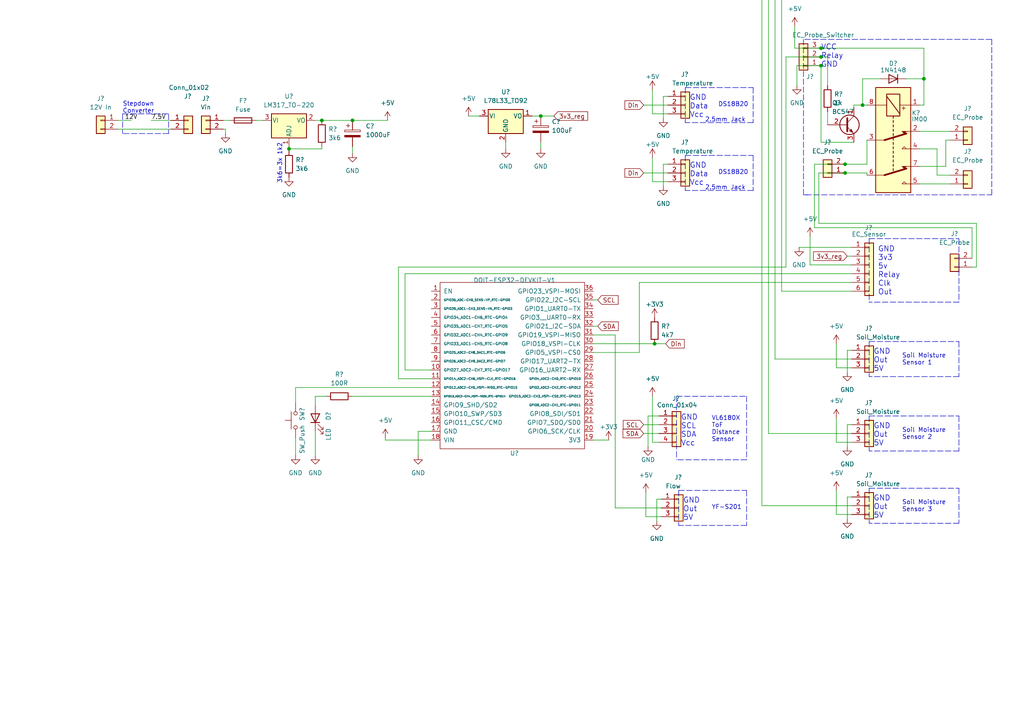
<source format=kicad_sch>
(kicad_sch (version 20211123) (generator eeschema)
  (paper "A4")
  (lib_symbols
    (symbol "Connector:Conn_01x10_Female" (pin_names (offset 1.016) hide)
      (property "Reference" "J" (at 0 12.7 0))
      (property "Value" "Conn_01x10_Female" (at 0 -15.24 0))
      (symbol "Conn_01x10_Female_1_1"
        (arc (start 0 -12.192) (mid -0.508 -12.7) (end 0 -13.208) (stroke (width 0.1524)))
        (arc (start 0 -9.652) (mid -0.508 -10.16) (end 0 -10.668) (stroke (width 0.1524)))
        (arc (start 0 -7.112) (mid -0.508 -7.62) (end 0 -8.128) (stroke (width 0.1524)))
        (arc (start 0 -4.572) (mid -0.508 -5.08) (end 0 -5.588) (stroke (width 0.1524)))
        (arc (start 0 -2.032) (mid -0.508 -2.54) (end 0 -3.048) (stroke (width 0.1524)))
        (polyline (pts (xy -1.27 -12.7) (xy -0.508 -12.7)) (stroke (width 0.1524)))
        (polyline (pts (xy -1.27 -10.16) (xy -0.508 -10.16)) (stroke (width 0.1524)))
        (polyline (pts (xy -1.27 -7.62) (xy -0.508 -7.62)) (stroke (width 0.1524)))
        (polyline (pts (xy -1.27 -5.08) (xy -0.508 -5.08)) (stroke (width 0.1524)))
        (polyline (pts (xy -1.27 -2.54) (xy -0.508 -2.54)) (stroke (width 0.1524)))
        (polyline (pts (xy -1.27 0) (xy -0.508 0)) (stroke (width 0.1524)))
        (polyline (pts (xy -1.27 2.54) (xy -0.508 2.54)) (stroke (width 0.1524)))
        (polyline (pts (xy -1.27 5.08) (xy -0.508 5.08)) (stroke (width 0.1524)))
        (polyline (pts (xy -1.27 7.62) (xy -0.508 7.62)) (stroke (width 0.1524)))
        (polyline (pts (xy -1.27 10.16) (xy -0.508 10.16)) (stroke (width 0.1524)))
        (arc (start 0 0.508) (mid -0.508 0) (end 0 -0.508) (stroke (width 0.1524)))
        (arc (start 0 3.048) (mid -0.508 2.54) (end 0 2.032) (stroke (width 0.1524)))
        (arc (start 0 5.588) (mid -0.508 5.08) (end 0 4.572) (stroke (width 0.1524)))
        (arc (start 0 8.128) (mid -0.508 7.62) (end 0 7.112) (stroke (width 0.1524)))
        (arc (start 0 10.668) (mid -0.508 10.16) (end 0 9.652) (stroke (width 0.1524)))
        (pin passive line (at -5.08 10.16 0) (length 3.81) (name "Pin_1") (number "1"))
        (pin passive line (at -5.08 -12.7 0) (length 3.81) (name "Pin_10") (number "10"))
        (pin passive line (at -5.08 7.62 0) (length 3.81) (name "Pin_2") (number "2"))
        (pin passive line (at -5.08 5.08 0) (length 3.81) (name "Pin_3") (number "3"))
        (pin passive line (at -5.08 2.54 0) (length 3.81) (name "Pin_4") (number "4"))
        (pin passive line (at -5.08 0 0) (length 3.81) (name "Pin_5") (number "5"))
        (pin passive line (at -5.08 -2.54 0) (length 3.81) (name "Pin_6") (number "6"))
        (pin passive line (at -5.08 -5.08 0) (length 3.81) (name "Pin_7") (number "7"))
        (pin passive line (at -5.08 -7.62 0) (length 3.81) (name "Pin_8") (number "8"))
        (pin passive line (at -5.08 -10.16 0) (length 3.81) (name "Pin_9") (number "9"))
      )
    )
    (symbol "Connector_Generic:Conn_01x02" (pin_names (offset 1.016) hide)
      (property "Reference" "J" (at 0 2.54 0))
      (property "Value" "Conn_01x02" (at 0 -5.08 0))
      (symbol "Conn_01x02_1_1"
        (rectangle (start -1.27 -2.413) (end 0 -2.667) (stroke (width 0.1524)))
        (rectangle (start -1.27 0.127) (end 0 -0.127) (stroke (width 0.1524)))
        (rectangle (start -1.27 1.27) (end 1.27 -3.81) (stroke (width 0.254)) (fill (type background)))
        (pin passive line (at -5.08 0 0) (length 3.81) (name "Pin_1") (number "1"))
        (pin passive line (at -5.08 -2.54 0) (length 3.81) (name "Pin_2") (number "2"))
      )
    )
    (symbol "Connector_Generic:Conn_01x03" (pin_names (offset 1.016) hide)
      (property "Reference" "J" (at 0 5.08 0))
      (property "Value" "Conn_01x03" (at 0 -5.08 0))
      (symbol "Conn_01x03_1_1"
        (rectangle (start -1.27 -2.413) (end 0 -2.667) (stroke (width 0.1524)))
        (rectangle (start -1.27 0.127) (end 0 -0.127) (stroke (width 0.1524)))
        (rectangle (start -1.27 2.667) (end 0 2.413) (stroke (width 0.1524)))
        (rectangle (start -1.27 3.81) (end 1.27 -3.81) (stroke (width 0.254)) (fill (type background)))
        (pin passive line (at -5.08 2.54 0) (length 3.81) (name "Pin_1") (number "1"))
        (pin passive line (at -5.08 0 0) (length 3.81) (name "Pin_2") (number "2"))
        (pin passive line (at -5.08 -2.54 0) (length 3.81) (name "Pin_3") (number "3"))
      )
    )
    (symbol "Connector_Generic:Conn_01x04" (pin_names (offset 1.016) hide)
      (property "Reference" "J" (at 0 5.08 0))
      (property "Value" "Conn_01x04" (at 0 -7.62 0))
      (symbol "Conn_01x04_1_1"
        (rectangle (start -1.27 -4.953) (end 0 -5.207) (stroke (width 0.1524)))
        (rectangle (start -1.27 -2.413) (end 0 -2.667) (stroke (width 0.1524)))
        (rectangle (start -1.27 0.127) (end 0 -0.127) (stroke (width 0.1524)))
        (rectangle (start -1.27 2.667) (end 0 2.413) (stroke (width 0.1524)))
        (rectangle (start -1.27 3.81) (end 1.27 -6.35) (stroke (width 0.254)) (fill (type background)))
        (pin passive line (at -5.08 2.54 0) (length 3.81) (name "Pin_1") (number "1"))
        (pin passive line (at -5.08 0 0) (length 3.81) (name "Pin_2") (number "2"))
        (pin passive line (at -5.08 -2.54 0) (length 3.81) (name "Pin_3") (number "3"))
        (pin passive line (at -5.08 -5.08 0) (length 3.81) (name "Pin_4") (number "4"))
      )
    )
    (symbol "Connector_Generic:Conn_01x06" (pin_names (offset 1.016) hide)
      (property "Reference" "J" (at 0 7.62 0))
      (property "Value" "Conn_01x06" (at 0 -10.16 0))
      (symbol "Conn_01x06_1_1"
        (rectangle (start -1.27 -7.493) (end 0 -7.747) (stroke (width 0.1524)))
        (rectangle (start -1.27 -4.953) (end 0 -5.207) (stroke (width 0.1524)))
        (rectangle (start -1.27 -2.413) (end 0 -2.667) (stroke (width 0.1524)))
        (rectangle (start -1.27 0.127) (end 0 -0.127) (stroke (width 0.1524)))
        (rectangle (start -1.27 2.667) (end 0 2.413) (stroke (width 0.1524)))
        (rectangle (start -1.27 5.207) (end 0 4.953) (stroke (width 0.1524)))
        (rectangle (start -1.27 6.35) (end 1.27 -8.89) (stroke (width 0.254)) (fill (type background)))
        (pin passive line (at -5.08 5.08 0) (length 3.81) (name "Pin_1") (number "1"))
        (pin passive line (at -5.08 2.54 0) (length 3.81) (name "Pin_2") (number "2"))
        (pin passive line (at -5.08 0 0) (length 3.81) (name "Pin_3") (number "3"))
        (pin passive line (at -5.08 -2.54 0) (length 3.81) (name "Pin_4") (number "4"))
        (pin passive line (at -5.08 -5.08 0) (length 3.81) (name "Pin_5") (number "5"))
        (pin passive line (at -5.08 -7.62 0) (length 3.81) (name "Pin_6") (number "6"))
      )
    )
    (symbol "Device:C_Polarized" (pin_numbers hide) (pin_names (offset 0.254))
      (property "Reference" "C" (at 0.635 2.54 0))
      (property "Value" "C_Polarized" (at 0.635 -2.54 0))
      (symbol "C_Polarized_0_1"
        (rectangle (start -2.286 0.508) (end 2.286 1.016))
        (polyline (pts (xy -1.778 2.286) (xy -0.762 2.286)))
        (polyline (pts (xy -1.27 2.794) (xy -1.27 1.778)))
        (rectangle (start 2.286 -0.508) (end -2.286 -1.016) (fill (type outline)))
      )
      (symbol "C_Polarized_1_1"
        (pin passive line (at 0 3.81 270) (length 2.794) (name "~") (number "1"))
        (pin passive line (at 0 -3.81 90) (length 2.794) (name "~") (number "2"))
      )
    )
    (symbol "Device:Fuse" (pin_numbers hide) (pin_names (offset 0))
      (property "Reference" "F" (at 2.032 0 90))
      (property "Value" "Fuse" (at -1.905 0 90))
      (symbol "Fuse_0_1"
        (rectangle (start -0.762 -2.54) (end 0.762 2.54) (stroke (width 0.254)))
        (polyline (pts (xy 0 2.54) (xy 0 -2.54)))
      )
      (symbol "Fuse_1_1"
        (pin passive line (at 0 3.81 270) (length 1.27) (name "~") (number "1"))
        (pin passive line (at 0 -3.81 90) (length 1.27) (name "~") (number "2"))
      )
    )
    (symbol "Device:LED" (pin_numbers hide) (pin_names (offset 1.016) hide)
      (property "Reference" "D" (at 0 2.54 0))
      (property "Value" "LED" (at 0 -2.54 0))
      (symbol "LED_0_1"
        (polyline (pts (xy -1.27 -1.27) (xy -1.27 1.27)) (stroke (width 0.254)))
        (polyline (pts (xy -1.27 0) (xy 1.27 0)))
        (polyline (pts (xy 1.27 -1.27) (xy 1.27 1.27) (xy -1.27 0) (xy 1.27 -1.27)) (stroke (width 0.254)))
        (polyline (pts (xy -3.048 -0.762) (xy -4.572 -2.286) (xy -3.81 -2.286) (xy -4.572 -2.286) (xy -4.572 -1.524)))
        (polyline (pts (xy -1.778 -0.762) (xy -3.302 -2.286) (xy -2.54 -2.286) (xy -3.302 -2.286) (xy -3.302 -1.524)))
      )
      (symbol "LED_1_1"
        (pin passive line (at -3.81 0 0) (length 2.54) (name "K") (number "1"))
        (pin passive line (at 3.81 0 180) (length 2.54) (name "A") (number "2"))
      )
    )
    (symbol "Device:R" (pin_numbers hide) (pin_names (offset 0))
      (property "Reference" "R" (at 2.032 0 90))
      (property "Value" "R" (at 0 0 90))
      (symbol "R_0_1"
        (rectangle (start -1.016 -2.54) (end 1.016 2.54) (stroke (width 0.254)))
      )
      (symbol "R_1_1"
        (pin passive line (at 0 3.81 270) (length 1.27) (name "~") (number "1"))
        (pin passive line (at 0 -3.81 90) (length 1.27) (name "~") (number "2"))
      )
    )
    (symbol "Diode:1N4148" (pin_numbers hide) (pin_names hide)
      (property "Reference" "D" (at 0 2.54 0))
      (property "Value" "1N4148" (at 0 -2.54 0))
      (symbol "1N4148_0_1"
        (polyline (pts (xy -1.27 1.27) (xy -1.27 -1.27)) (stroke (width 0.254)))
        (polyline (pts (xy 1.27 0) (xy -1.27 0)))
        (polyline (pts (xy 1.27 1.27) (xy 1.27 -1.27) (xy -1.27 0) (xy 1.27 1.27)) (stroke (width 0.254)))
      )
      (symbol "1N4148_1_1"
        (pin passive line (at -3.81 0 0) (length 2.54) (name "K") (number "1"))
        (pin passive line (at 3.81 0 180) (length 2.54) (name "A") (number "2"))
      )
    )
    (symbol "Regulator_Linear:L78L33_TO92" (pin_names (offset 0.254))
      (property "Reference" "U" (at -3.81 3.175 0))
      (property "Value" "L78L33_TO92" (at 0 3.175 0))
      (symbol "L78L33_TO92_0_1"
        (rectangle (start -5.08 -5.08) (end 5.08 1.905) (stroke (width 0.254)) (fill (type background)))
      )
      (symbol "L78L33_TO92_1_1"
        (pin power_out line (at 7.62 0 180) (length 2.54) (name "VO") (number "1"))
        (pin power_in line (at 0 -7.62 90) (length 2.54) (name "GND") (number "2"))
        (pin power_in line (at -7.62 0 0) (length 2.54) (name "VI") (number "3"))
      )
    )
    (symbol "Regulator_Linear:LM317_TO-220" (pin_names (offset 0.254))
      (property "Reference" "U" (at -3.81 3.175 0))
      (property "Value" "LM317_TO-220" (at 0 3.175 0))
      (symbol "LM317_TO-220_0_1"
        (rectangle (start -5.08 1.905) (end 5.08 -5.08) (stroke (width 0.254)) (fill (type background)))
      )
      (symbol "LM317_TO-220_1_1"
        (pin input line (at 0 -7.62 90) (length 2.54) (name "ADJ") (number "1"))
        (pin power_out line (at 7.62 0 180) (length 2.54) (name "VO") (number "2"))
        (pin power_in line (at -7.62 0 0) (length 2.54) (name "VI") (number "3"))
      )
    )
    (symbol "Relay:IM00"
      (property "Reference" "K" (at 16.51 3.81 0))
      (property "Value" "IM00" (at 16.51 1.27 0))
      (symbol "IM00_0_0"
        (text "+" (at -9.271 2.921 0) (effects (font (size 1.27 1.27))))
      )
      (symbol "IM00_0_1"
        (rectangle (start -15.24 5.08) (end 15.24 -5.08) (stroke (width 0.254)) (fill (type background)))
        (rectangle (start -13.335 1.905) (end -6.985 -1.905) (stroke (width 0.254)))
        (polyline (pts (xy -12.7 -1.905) (xy -7.62 1.905)) (stroke (width 0.254)))
        (polyline (pts (xy -10.16 -5.08) (xy -10.16 -1.905)))
        (polyline (pts (xy -10.16 5.08) (xy -10.16 1.905)))
        (polyline (pts (xy -6.985 0) (xy -6.35 0)) (stroke (width 0.254)))
        (polyline (pts (xy -5.715 0) (xy -5.08 0)) (stroke (width 0.254)))
        (polyline (pts (xy -4.445 0) (xy -3.81 0)) (stroke (width 0.254)))
        (polyline (pts (xy -3.175 0) (xy -2.54 0)) (stroke (width 0.254)))
        (polyline (pts (xy -1.905 0) (xy -1.27 0)) (stroke (width 0.254)))
        (polyline (pts (xy -0.635 0) (xy 0 0)) (stroke (width 0.254)))
        (polyline (pts (xy 0 -2.54) (xy -1.905 3.81)) (stroke (width 0.508)))
        (polyline (pts (xy 0 -2.54) (xy 0 -5.08)))
        (polyline (pts (xy 0.635 0) (xy 1.27 0)) (stroke (width 0.254)))
        (polyline (pts (xy 1.905 0) (xy 2.54 0)) (stroke (width 0.254)))
        (polyline (pts (xy 3.175 0) (xy 3.81 0)) (stroke (width 0.254)))
        (polyline (pts (xy 4.445 0) (xy 5.08 0)) (stroke (width 0.254)))
        (polyline (pts (xy 5.715 0) (xy 6.35 0)) (stroke (width 0.254)))
        (polyline (pts (xy 6.985 0) (xy 7.62 0)) (stroke (width 0.254)))
        (polyline (pts (xy 8.255 0) (xy 8.89 0)) (stroke (width 0.254)))
        (polyline (pts (xy 10.16 -2.54) (xy 8.255 3.81)) (stroke (width 0.508)))
        (polyline (pts (xy 10.16 -2.54) (xy 10.16 -5.08)))
        (polyline (pts (xy -2.54 5.08) (xy -2.54 2.54) (xy -1.905 3.175) (xy -2.54 3.81)) (fill (type outline)))
        (polyline (pts (xy 2.54 5.08) (xy 2.54 2.54) (xy 1.905 3.175) (xy 2.54 3.81)))
        (polyline (pts (xy 7.62 5.08) (xy 7.62 2.54) (xy 8.255 3.175) (xy 7.62 3.81)) (fill (type outline)))
        (polyline (pts (xy 12.7 5.08) (xy 12.7 2.54) (xy 12.065 3.175) (xy 12.7 3.81)))
      )
      (symbol "IM00_1_1"
        (pin passive line (at -10.16 7.62 270) (length 2.54) (name "~") (number "1"))
        (pin passive line (at -2.54 7.62 270) (length 2.54) (name "~") (number "2"))
        (pin passive line (at 0 -7.62 90) (length 2.54) (name "~") (number "3"))
        (pin passive line (at 2.54 7.62 270) (length 2.54) (name "~") (number "4"))
        (pin passive line (at 12.7 7.62 270) (length 2.54) (name "~") (number "5"))
        (pin passive line (at 10.16 -7.62 90) (length 2.54) (name "~") (number "6"))
        (pin passive line (at 7.62 7.62 270) (length 2.54) (name "~") (number "7"))
        (pin passive line (at -10.16 -7.62 90) (length 2.54) (name "~") (number "8"))
      )
    )
    (symbol "Switch:SW_Push" (pin_numbers hide) (pin_names (offset 1.016) hide)
      (property "Reference" "SW" (at 1.27 2.54 0))
      (property "Value" "SW_Push" (at 0 -1.524 0))
      (symbol "SW_Push_0_1"
        (circle (center -2.032 0) (radius 0.508))
        (polyline (pts (xy 0 1.27) (xy 0 3.048)))
        (polyline (pts (xy 2.54 1.27) (xy -2.54 1.27)))
        (circle (center 2.032 0) (radius 0.508))
        (pin passive line (at -5.08 0 0) (length 2.54) (name "1") (number "1"))
        (pin passive line (at 5.08 0 180) (length 2.54) (name "2") (number "2"))
      )
    )
    (symbol "Transistor_BJT:BC547" (pin_names (offset 0) hide)
      (property "Reference" "Q" (at 5.08 1.905 0))
      (property "Value" "BC547" (at 5.08 0 0))
      (symbol "BC547_0_1"
        (polyline (pts (xy 0 0) (xy 0.635 0)))
        (polyline (pts (xy 0.635 0.635) (xy 2.54 2.54)))
        (polyline (pts (xy 0.635 -0.635) (xy 2.54 -2.54) (xy 2.54 -2.54)))
        (polyline (pts (xy 0.635 1.905) (xy 0.635 -1.905) (xy 0.635 -1.905)) (stroke (width 0.508)))
        (polyline (pts (xy 1.27 -1.778) (xy 1.778 -1.27) (xy 2.286 -2.286) (xy 1.27 -1.778) (xy 1.27 -1.778)) (fill (type outline)))
        (circle (center 1.27 0) (radius 2.8194) (stroke (width 0.254)))
      )
      (symbol "BC547_1_1"
        (pin passive line (at 2.54 5.08 270) (length 2.54) (name "C") (number "1"))
        (pin input line (at -5.08 0 0) (length 5.08) (name "B") (number "2"))
        (pin passive line (at 2.54 -5.08 90) (length 2.54) (name "E") (number "3"))
      )
    )
    (symbol "doit-esp32-devkit-v1:DOIT-ESP32-DEVKIT-V1" (pin_names (offset 1.016))
      (property "Reference" "U" (at -1.27 11.43 0))
      (property "Value" "DOIT-ESP32-DEVKIT-V1" (at 0 13.97 0))
      (symbol "DOIT-ESP32-DEVKIT-V1_0_1"
        (rectangle (start 20.32 10.16) (end -21.59 -38.1))
      )
      (symbol "DOIT-ESP32-DEVKIT-V1_1_1"
        (pin output line (at -24.13 7.62 0) (length 2.54) (name "EN") (number "1"))
        (pin bidirectional line (at -24.13 -15.24 0) (length 2.54) (name "GPIO27_ADC2-CH7_RTC-GPIO17") (number "10"))
        (pin bidirectional line (at -24.13 -17.78 0) (length 2.54) (name "GPIO14_ADC2-CH6_HSPI-CLK_RTC-GPIO16") (number "11"))
        (pin bidirectional line (at -24.13 -20.32 0) (length 2.54) (name "GPIO12_ADC2-CH5_HSPI-MISO_RTC-GPIO15") (number "12"))
        (pin bidirectional line (at -24.13 -22.86 0) (length 2.54) (name "GPIO13_ADC2-CH4_HSPI-MOSI_RTC-GPIO14") (number "13"))
        (pin unspecified line (at -24.13 -25.4 0) (length 2.54) (name "GPIO9_SHD/SD2") (number "14"))
        (pin unspecified line (at -24.13 -27.94 0) (length 2.54) (name "GPIO10_SWP/SD3") (number "15"))
        (pin unspecified line (at -24.13 -30.48 0) (length 2.54) (name "GPIO11_CSC/CMD") (number "16"))
        (pin bidirectional line (at -24.13 -33.02 0) (length 2.54) (name "GND") (number "17"))
        (pin bidirectional line (at -24.13 -35.56 0) (length 2.54) (name "VIN") (number "18"))
        (pin output line (at 22.86 -35.56 180) (length 2.54) (name "3V3") (number "19"))
        (pin bidirectional line (at -24.13 5.08 0) (length 2.54) (name "GPIO36_ADC-CH0_SENS-VP_RTC-GPIO0") (number "2"))
        (pin unspecified line (at 22.86 -33.02 180) (length 2.54) (name "GPIO6_SCK/CLK") (number "20"))
        (pin unspecified line (at 22.86 -30.48 180) (length 2.54) (name "GPIO7_SDO/SD0") (number "21"))
        (pin unspecified line (at 22.86 -27.94 180) (length 2.54) (name "GPIO8_SDI/SD1") (number "22"))
        (pin bidirectional line (at 22.86 -25.4 180) (length 2.54) (name "GPIO0_ADC2-CH1_RTC-GPIO11") (number "23"))
        (pin bidirectional line (at 22.86 -22.86 180) (length 2.54) (name "GPIO15_ADC2-CH3_HSPI-CS0_RTC-GPIO13") (number "24"))
        (pin bidirectional line (at 22.86 -20.32 180) (length 2.54) (name "GPIO2_ADC2-CH2_RTC-GPIO12") (number "25"))
        (pin bidirectional line (at 22.86 -17.78 180) (length 2.54) (name "GPIO4_ADC2-CH0_RTC-GPIO10") (number "26"))
        (pin bidirectional line (at 22.86 -15.24 180) (length 2.54) (name "GPIO16_UART2-RX") (number "27"))
        (pin bidirectional line (at 22.86 -12.7 180) (length 2.54) (name "GPIO17_UART2-TX") (number "28"))
        (pin bidirectional line (at 22.86 -10.16 180) (length 2.54) (name "GPIO5_VSPI-CS0") (number "29"))
        (pin bidirectional line (at -24.13 2.54 0) (length 2.54) (name "GPIO39_ADC1-CH3_SENS-VN_RTC-GPIO3") (number "3"))
        (pin bidirectional line (at 22.86 -7.62 180) (length 2.54) (name "GPIO18_VSPI-CLK") (number "30"))
        (pin bidirectional line (at 22.86 -5.08 180) (length 2.54) (name "GPIO19_VSPI-MISO") (number "31"))
        (pin bidirectional line (at 22.86 -2.54 180) (length 2.54) (name "GPIO21_I2C-SDA") (number "32"))
        (pin bidirectional line (at 22.86 0 180) (length 2.54) (name "GPIO3__UART0-RX") (number "33"))
        (pin bidirectional line (at 22.86 2.54 180) (length 2.54) (name "GPIO1_UART0-TX") (number "34"))
        (pin bidirectional line (at 22.86 5.08 180) (length 2.54) (name "GPIO22_I2C-SCL") (number "35"))
        (pin bidirectional line (at 22.86 7.62 180) (length 2.54) (name "GPIO23_VSPI-MOSI") (number "36"))
        (pin bidirectional line (at -24.13 0 0) (length 2.54) (name "GPIO34_ADC1-CH6_RTC-GPIO4") (number "4"))
        (pin bidirectional line (at -24.13 -2.54 0) (length 2.54) (name "GPIO35_ADC1-CH7_RTC-GPIO5") (number "5"))
        (pin bidirectional line (at -24.13 -5.08 0) (length 2.54) (name "GPIO32_ADC1-CH4_RTC-GPIO9") (number "6"))
        (pin bidirectional line (at -24.13 -7.62 0) (length 2.54) (name "GPIO33_ADC1-CH5_RTC-GPIO8") (number "7"))
        (pin bidirectional line (at -24.13 -10.16 0) (length 2.54) (name "GPIO25_ADC2-CH8_DAC1_RTC-GPIO6") (number "8"))
        (pin bidirectional line (at -24.13 -12.7 0) (length 2.54) (name "GPIO26_ADC2-CH9_DAC2_RTC-GPIO7") (number "9"))
      )
    )
    (symbol "power:+3V3" (power) (pin_names (offset 0))
      (property "Value" "+3V3" (at 0 3.556 0))
      (symbol "+3V3_0_1"
        (polyline (pts (xy -0.762 1.27) (xy 0 2.54)))
        (polyline (pts (xy 0 0) (xy 0 2.54)))
        (polyline (pts (xy 0 2.54) (xy 0.762 1.27)))
      )
      (symbol "+3V3_1_1"
        (pin power_in line (at 0 0 90) (length 0) hide (name "+3V3") (number "1"))
      )
    )
    (symbol "power:+5V" (power) (pin_names (offset 0))
      (property "Value" "+5V" (at 0 3.556 0))
      (symbol "+5V_0_1"
        (polyline (pts (xy -0.762 1.27) (xy 0 2.54)))
        (polyline (pts (xy 0 0) (xy 0 2.54)))
        (polyline (pts (xy 0 2.54) (xy 0.762 1.27)))
      )
      (symbol "+5V_1_1"
        (pin power_in line (at 0 0 90) (length 0) hide (name "+5V") (number "1"))
      )
    )
    (symbol "power:GND" (power) (pin_names (offset 0))
      (property "Value" "GND" (at 0 -3.81 0))
      (symbol "GND_0_1"
        (polyline (pts (xy 0 0) (xy 0 -1.27) (xy 1.27 -1.27) (xy 0 -2.54) (xy -1.27 -1.27) (xy 0 -1.27)))
      )
      (symbol "GND_1_1"
        (pin power_in line (at 0 0 270) (length 0) hide (name "GND") (number "1"))
      )
    )
  )
  (junction (at 238.125 13.97))
  (junction (at 83.82 43.18))
  (junction (at 238.125 16.51))
  (junction (at 267.97 22.86))
  (junction (at 93.345 34.925))
  (junction (at 250.19 30.48))
  (junction (at 189.865 99.695))
  (junction (at 156.845 33.655))
  (junction (at 245.11 47.625))
  (junction (at 245.11 50.165))
  (junction (at 238.125 19.05))
  (junction (at 102.235 34.925))
  (no_connect (at 247.015 -29.845))
  (no_connect (at 247.015 -27.305))
  (polyline (pts (xy 35.56 33.02) (xy 35.56 38.735)))
  (wire (pts (xy 74.295 34.925) (xy 76.2 34.925)))
  (polyline (pts (xy 216.535 142.24) (xy 216.535 152.4)))
  (wire (pts (xy 247.015 104.14) (xy 224.79 104.14)))
  (polyline (pts (xy 278.13 130.81) (xy 252.095 130.81)))
  (wire (pts (xy 274.32 40.64) (xy 275.59 40.64)))
  (polyline (pts (xy 287.655 11.43) (xy 233.045 11.43)))
  (polyline (pts (xy 218.44 25.4) (xy 218.44 35.56)))
  (polyline (pts (xy 196.215 114.935) (xy 216.535 114.935)))
  (wire (pts (xy 267.97 13.97) (xy 238.125 13.97)))
  (wire (pts (xy 125.095 107.315) (xy 117.475 107.315)))
  (wire (pts (xy 91.44 114.935) (xy 91.44 117.475)))
  (wire (pts (xy 250.19 30.48) (xy 247.65 30.48)))
  (wire (pts (xy 242.57 106.68) (xy 242.57 99.695)))
  (wire (pts (xy 281.94 77.47) (xy 283.21 77.47)))
  (wire (pts (xy 242.57 128.27) (xy 242.57 121.285)))
  (wire (pts (xy 240.03 32.385) (xy 240.03 36.195)))
  (wire (pts (xy 251.46 47.625) (xy 251.46 40.64)))
  (wire (pts (xy 251.46 47.625) (xy 245.11 47.625)))
  (wire (pts (xy 91.44 34.925) (xy 93.345 34.925)))
  (polyline (pts (xy 252.095 141.605) (xy 252.095 151.765)))
  (wire (pts (xy 262.89 22.86) (xy 267.97 22.86)))
  (wire (pts (xy 83.82 43.18) (xy 83.82 43.815)))
  (wire (pts (xy 34.29 37.465) (xy 49.53 37.465)))
  (wire (pts (xy 250.19 30.48) (xy 250.19 22.86)))
  (wire (pts (xy 236.22 66.04) (xy 236.22 47.625)))
  (wire (pts (xy 274.32 48.26) (xy 274.32 40.64)))
  (polyline (pts (xy 278.13 120.65) (xy 278.13 130.81)))
  (wire (pts (xy 193.675 47.625) (xy 192.405 47.625)))
  (wire (pts (xy 85.725 116.84) (xy 85.725 112.395)))
  (wire (pts (xy 226.695 -24.765) (xy 247.015 -24.765)))
  (polyline (pts (xy 35.56 33.02) (xy 48.895 33.02)))
  (wire (pts (xy 281.94 74.93) (xy 281.94 66.04)))
  (wire (pts (xy 85.725 127) (xy 85.725 132.08)))
  (polyline (pts (xy 196.85 142.24) (xy 216.535 142.24)))
  (wire (pts (xy 187.96 120.65) (xy 191.135 120.65)))
  (wire (pts (xy 234.95 68.58) (xy 234.95 76.835)))
  (wire (pts (xy 247.015 106.68) (xy 242.57 106.68)))
  (wire (pts (xy 240.03 16.51) (xy 238.125 16.51)))
  (wire (pts (xy 245.11 50.165) (xy 251.46 50.165)))
  (wire (pts (xy 231.14 19.05) (xy 238.125 19.05)))
  (wire (pts (xy 266.7 43.18) (xy 271.78 43.18)))
  (wire (pts (xy 245.745 123.19) (xy 245.745 129.54)))
  (polyline (pts (xy 252.095 99.06) (xy 252.095 109.22)))
  (wire (pts (xy 186.69 50.165) (xy 193.675 50.165)))
  (polyline (pts (xy 252.095 -41.91) (xy 278.765 -41.91)))
  (wire (pts (xy 242.57 149.225) (xy 242.57 142.24)))
  (wire (pts (xy 283.21 64.77) (xy 237.49 64.77)))
  (wire (pts (xy 227.965 16.51) (xy 227.965 77.47)))
  (wire (pts (xy 247.015 84.455) (xy 226.695 84.455)))
  (wire (pts (xy 220.98 -17.145) (xy 247.015 -17.145)))
  (wire (pts (xy 191.77 149.86) (xy 187.325 149.86)))
  (polyline (pts (xy 196.85 142.24) (xy 196.85 152.4)))
  (wire (pts (xy 281.94 66.04) (xy 236.22 66.04)))
  (wire (pts (xy 191.77 147.32) (xy 178.435 147.32)))
  (wire (pts (xy 64.77 34.925) (xy 66.675 34.925)))
  (wire (pts (xy 185.42 81.915) (xy 185.42 102.235)))
  (wire (pts (xy 192.405 27.94) (xy 192.405 34.29)))
  (wire (pts (xy 91.44 125.095) (xy 91.44 132.08)))
  (wire (pts (xy 192.405 47.625) (xy 192.405 53.975)))
  (wire (pts (xy 193.675 27.94) (xy 192.405 27.94)))
  (wire (pts (xy 156.845 33.655) (xy 160.655 33.655)))
  (wire (pts (xy 189.23 52.705) (xy 189.23 45.72)))
  (wire (pts (xy 237.49 64.77) (xy 237.49 50.165)))
  (wire (pts (xy 187.96 129.54) (xy 187.96 120.65)))
  (polyline (pts (xy 287.655 56.515) (xy 287.655 11.43)))
  (polyline (pts (xy 196.215 114.935) (xy 196.215 133.35)))
  (polyline (pts (xy 252.095 141.605) (xy 278.13 141.605)))
  (wire (pts (xy 121.285 125.095) (xy 125.095 125.095)))
  (wire (pts (xy 243.205 -32.385) (xy 247.015 -32.385)))
  (wire (pts (xy 231.775 71.755) (xy 247.015 71.755)))
  (wire (pts (xy 102.235 42.545) (xy 102.235 44.45)))
  (wire (pts (xy 187.325 149.86) (xy 187.325 142.875)))
  (wire (pts (xy 224.79 -22.225) (xy 247.015 -22.225)))
  (polyline (pts (xy 198.755 45.085) (xy 218.44 45.085)))
  (wire (pts (xy 230.505 13.97) (xy 230.505 7.62)))
  (wire (pts (xy 85.725 112.395) (xy 125.095 112.395)))
  (polyline (pts (xy 278.13 87.63) (xy 252.095 87.63)))
  (wire (pts (xy 172.085 94.615) (xy 173.355 94.615)))
  (wire (pts (xy 229.235 -37.465) (xy 247.015 -37.465)))
  (wire (pts (xy 193.675 33.02) (xy 189.23 33.02)))
  (wire (pts (xy 115.57 109.855) (xy 115.57 77.47)))
  (polyline (pts (xy 278.765 -15.875) (xy 252.095 -15.875)))
  (wire (pts (xy 245.745 144.145) (xy 245.745 150.495)))
  (polyline (pts (xy 198.755 25.4) (xy 218.44 25.4)))
  (wire (pts (xy 267.97 30.48) (xy 266.7 30.48)))
  (wire (pts (xy 189.23 128.27) (xy 191.135 128.27)))
  (polyline (pts (xy 252.095 120.65) (xy 278.13 120.65)))
  (polyline (pts (xy 278.13 141.605) (xy 278.13 151.765)))
  (wire (pts (xy 154.305 33.655) (xy 156.845 33.655)))
  (polyline (pts (xy 278.13 69.215) (xy 278.13 87.63)))
  (wire (pts (xy 93.345 34.925) (xy 102.235 34.925)))
  (wire (pts (xy 247.015 123.19) (xy 245.745 123.19)))
  (wire (pts (xy 83.82 42.545) (xy 83.82 43.18)))
  (polyline (pts (xy 252.095 69.215) (xy 278.13 69.215)))
  (wire (pts (xy 102.235 114.935) (xy 125.095 114.935)))
  (wire (pts (xy 191.77 144.78) (xy 190.5 144.78)))
  (wire (pts (xy 172.085 99.695) (xy 189.865 99.695)))
  (wire (pts (xy 247.015 149.225) (xy 242.57 149.225)))
  (wire (pts (xy 115.57 77.47) (xy 227.965 77.47)))
  (polyline (pts (xy 252.095 69.215) (xy 252.095 87.63)))
  (wire (pts (xy 271.78 50.8) (xy 275.59 50.8)))
  (wire (pts (xy 156.845 41.275) (xy 156.845 43.18)))
  (wire (pts (xy 234.95 76.835) (xy 247.015 76.835)))
  (wire (pts (xy 236.22 47.625) (xy 245.11 47.625)))
  (polyline (pts (xy 278.13 109.22) (xy 252.095 109.22)))
  (wire (pts (xy 178.435 147.32) (xy 178.435 97.155)))
  (wire (pts (xy 243.84 -40.005) (xy 247.015 -40.005)))
  (wire (pts (xy 267.97 22.86) (xy 267.97 30.48)))
  (wire (pts (xy 83.82 43.18) (xy 93.345 43.18)))
  (polyline (pts (xy 48.895 38.735) (xy 35.56 38.735)))
  (wire (pts (xy 238.125 41.275) (xy 247.65 41.275)))
  (wire (pts (xy 251.46 50.165) (xy 251.46 50.8)))
  (wire (pts (xy 231.14 24.765) (xy 231.14 19.05)))
  (wire (pts (xy 247.015 146.685) (xy 220.98 146.685)))
  (polyline (pts (xy 218.44 45.085) (xy 218.44 55.245)))
  (wire (pts (xy 65.405 37.465) (xy 65.405 38.735)))
  (polyline (pts (xy 252.095 99.06) (xy 278.13 99.06)))
  (wire (pts (xy 189.865 99.695) (xy 193.04 99.695)))
  (wire (pts (xy 266.7 38.1) (xy 275.59 38.1)))
  (wire (pts (xy 185.42 102.235) (xy 172.085 102.235)))
  (wire (pts (xy 243.205 -34.925) (xy 247.015 -34.925)))
  (wire (pts (xy 283.21 77.47) (xy 283.21 64.77)))
  (wire (pts (xy 125.095 109.855) (xy 115.57 109.855)))
  (wire (pts (xy 189.23 114.935) (xy 189.23 128.27)))
  (wire (pts (xy 222.885 125.73) (xy 222.885 -19.685)))
  (wire (pts (xy 251.46 30.48) (xy 250.19 30.48)))
  (wire (pts (xy 247.65 30.48) (xy 247.65 31.115)))
  (polyline (pts (xy 233.045 11.43) (xy 233.045 56.515)))
  (wire (pts (xy 238.125 16.51) (xy 227.965 16.51)))
  (wire (pts (xy 267.97 13.97) (xy 267.97 22.86)))
  (wire (pts (xy 186.69 125.73) (xy 191.135 125.73)))
  (polyline (pts (xy 218.44 55.245) (xy 198.755 55.245)))
  (polyline (pts (xy 252.095 120.65) (xy 252.095 130.81)))
  (wire (pts (xy 237.49 50.165) (xy 245.11 50.165)))
  (wire (pts (xy 271.78 43.18) (xy 271.78 50.8)))
  (wire (pts (xy 125.095 127.635) (xy 111.76 127.635)))
  (wire (pts (xy 190.5 144.78) (xy 190.5 151.13)))
  (wire (pts (xy 121.285 132.08) (xy 121.285 125.095)))
  (wire (pts (xy 238.125 19.05) (xy 238.125 41.275)))
  (polyline (pts (xy 216.535 114.935) (xy 216.535 133.35)))
  (wire (pts (xy 247.015 128.27) (xy 242.57 128.27)))
  (wire (pts (xy 245.745 101.6) (xy 245.745 107.95)))
  (wire (pts (xy 43.815 34.925) (xy 49.53 34.925)))
  (polyline (pts (xy 252.095 -41.91) (xy 252.095 -15.875)))
  (wire (pts (xy 117.475 79.375) (xy 247.015 79.375)))
  (polyline (pts (xy 216.535 133.35) (xy 196.215 133.35)))
  (wire (pts (xy 117.475 107.315) (xy 117.475 79.375)))
  (wire (pts (xy 186.69 123.19) (xy 191.135 123.19)))
  (wire (pts (xy 93.345 42.545) (xy 93.345 43.18)))
  (polyline (pts (xy 216.535 152.4) (xy 196.85 152.4)))
  (wire (pts (xy 34.29 34.925) (xy 38.1 34.925)))
  (wire (pts (xy 250.19 22.86) (xy 255.27 22.86)))
  (wire (pts (xy 266.7 48.26) (xy 274.32 48.26)))
  (polyline (pts (xy 233.045 56.515) (xy 234.315 56.515)))
  (wire (pts (xy 240.03 16.51) (xy 240.03 24.765)))
  (wire (pts (xy 172.085 86.995) (xy 173.355 86.995)))
  (wire (pts (xy 226.695 84.455) (xy 226.695 -24.765)))
  (wire (pts (xy 178.435 97.155) (xy 172.085 97.155)))
  (wire (pts (xy 247.015 81.915) (xy 185.42 81.915)))
  (wire (pts (xy 247.015 144.145) (xy 245.745 144.145)))
  (wire (pts (xy 102.235 34.925) (xy 112.395 34.925)))
  (wire (pts (xy 222.885 -19.685) (xy 247.015 -19.685)))
  (polyline (pts (xy 233.68 56.515) (xy 287.655 56.515)))
  (wire (pts (xy 94.615 114.935) (xy 91.44 114.935)))
  (polyline (pts (xy 198.755 45.085) (xy 198.755 55.245)))
  (polyline (pts (xy 218.44 35.56) (xy 198.755 35.56)))
  (polyline (pts (xy 278.13 99.06) (xy 278.13 109.22)))
  (polyline (pts (xy 278.13 151.765) (xy 252.095 151.765)))
  (wire (pts (xy 245.745 74.295) (xy 247.015 74.295)))
  (wire (pts (xy 111.76 127.635) (xy 111.76 127)))
  (wire (pts (xy 172.085 127.635) (xy 176.53 127.635)))
  (polyline (pts (xy 278.765 -41.91) (xy 278.765 -15.875)))
  (wire (pts (xy 193.675 52.705) (xy 189.23 52.705)))
  (wire (pts (xy 189.23 33.02) (xy 189.23 26.035)))
  (wire (pts (xy 238.125 13.97) (xy 230.505 13.97)))
  (wire (pts (xy 146.685 41.275) (xy 146.685 43.18)))
  (polyline (pts (xy 198.755 25.4) (xy 198.755 35.56)))
  (wire (pts (xy 186.69 30.48) (xy 193.675 30.48)))
  (polyline (pts (xy 48.895 33.02) (xy 48.895 38.735)))
  (wire (pts (xy 224.79 104.14) (xy 224.79 -22.225)))
  (wire (pts (xy 64.77 37.465) (xy 65.405 37.465)))
  (wire (pts (xy 266.7 53.34) (xy 275.59 53.34)))
  (wire (pts (xy 135.89 33.655) (xy 139.065 33.655)))
  (wire (pts (xy 220.98 146.685) (xy 220.98 -17.145)))
  (wire (pts (xy 247.015 101.6) (xy 245.745 101.6)))
  (wire (pts (xy 247.015 125.73) (xy 222.885 125.73)))
  (text "DS18B20" (at 208.28 50.8 0) (effects (font (size 1.27 1.27)) (justify left bottom)))
  (text "GND\nOut\n5V" (at 253.365 150.495 0) (effects (font (size 1.55 1.55)) (justify left bottom)))
  (text "GND\nOut\n5V" (at 253.365 129.54 0) (effects (font (size 1.55 1.55)) (justify left bottom)))
  (text "GND\n3v3\n5v\nRelay\nClk\nOut" (at 254.635 85.725 0) (effects (font (size 1.55 1.55)) (justify left bottom)))
  (text "2.5mm Jack" (at 204.47 35.56 0) (effects (font (size 1.27 1.27)) (justify left bottom)))
  (text "2.5mm Jack" (at 204.47 55.245 0) (effects (font (size 1.27 1.27)) (justify left bottom)))
  (text "GND\nData\nVcc" (at 200.025 53.975 0) (effects (font (size 1.55 1.55)) (justify left bottom)))
  (text "GND\nSCL\nSDA\nVcc" (at 197.485 129.54 0) (effects (font (size 1.55 1.55)) (justify left bottom)))
  (text "GND\nData\nVcc" (at 200.025 34.29 0) (effects (font (size 1.55 1.55)) (justify left bottom)))
  (text "VL6180X\nToF\nDistance\nSensor" (at 206.375 128.27 0) (effects (font (size 1.27 1.27)) (justify left bottom)))
  (text "VDD\nGND\nSCL\nSDA\nADDR\nALRT\nA0\nA1\nA2\nA3" (at 252.095 -16.51 0) (effects (font (size 1.55 1.55)) (justify left bottom)))
  (text "Soil Moisture\nSensor 3" (at 261.62 148.59 0) (effects (font (size 1.27 1.27)) (justify left bottom)))
  (text "Soil Moisture\nSensor 2" (at 261.62 127.635 0) (effects (font (size 1.27 1.27)) (justify left bottom)))
  (text "VCC\nRelay\nGND" (at 238.125 19.685 0) (effects (font (size 1.55 1.55)) (justify left bottom)))
  (text "3k6=3x 1k2" (at 81.915 53.34 90) (effects (font (size 1.27 1.27)) (justify left bottom)))
  (text "Stepdown\nConverter" (at 35.56 33.02 0) (effects (font (size 1.27 1.27)) (justify left bottom)))
  (text "Soil Moisture\nSensor 1" (at 261.62 106.045 0) (effects (font (size 1.27 1.27)) (justify left bottom)))
  (text "ADS1115\n16Bit I2C ADS+PGA\nDevboard" (at 259.08 -17.145 0) (effects (font (size 1.27 1.27)) (justify left bottom)))
  (text "DS18B20" (at 208.28 31.115 0) (effects (font (size 1.27 1.27)) (justify left bottom)))
  (text "GND\nOut\n5V" (at 198.12 151.13 0) (effects (font (size 1.55 1.55)) (justify left bottom)))
  (text "YF-S201" (at 206.375 147.955 0) (effects (font (size 1.27 1.27)) (justify left bottom)))
  (text "GND\nOut\n5V" (at 253.365 107.95 0) (effects (font (size 1.55 1.55)) (justify left bottom)))
  (label "12V" (at 36.195 34.925 0))
  (label "7.5V" (at 43.815 34.925 0))
  (global_label "SCL" (shape input) (at 186.69 123.19 180) (property "Intersheet References" "${INTERSHEET_REFS}" (effects hide)))
  (global_label "SDA" (shape input) (at 243.205 -32.385 180) (property "Intersheet References" "${INTERSHEET_REFS}" (effects hide)))
  (global_label "SDA" (shape input) (at 173.355 94.615 0) (property "Intersheet References" "${INTERSHEET_REFS}" (effects hide)))
  (global_label "SCL" (shape input) (at 243.205 -34.925 180) (property "Intersheet References" "${INTERSHEET_REFS}" (effects hide)))
  (global_label "SCL" (shape input) (at 173.355 86.995 0) (property "Intersheet References" "${INTERSHEET_REFS}" (effects hide)))
  (global_label "Din" (shape input) (at 193.04 99.695 0) (property "Intersheet References" "${INTERSHEET_REFS}" (effects hide)))
  (global_label "3v3_reg" (shape input) (at 243.84 -40.005 180) (property "Intersheet References" "${INTERSHEET_REFS}" (effects hide)))
  (global_label "SDA" (shape input) (at 186.69 125.73 180) (property "Intersheet References" "${INTERSHEET_REFS}" (effects hide)))
  (global_label "3v3_reg" (shape input) (at 245.745 74.295 180) (property "Intersheet References" "${INTERSHEET_REFS}" (effects hide)))
  (global_label "Din" (shape input) (at 186.69 30.48 180) (property "Intersheet References" "${INTERSHEET_REFS}" (effects hide)))
  (global_label "3v3_reg" (shape input) (at 160.655 33.655 0) (property "Intersheet References" "${INTERSHEET_REFS}" (effects hide)))
  (global_label "Din" (shape input) (at 186.69 50.165 180) (property "Intersheet References" "${INTERSHEET_REFS}" (effects hide)))
  (symbol (lib_id "Connector_Generic:Conn_01x03") (at 198.755 50.165 0) (unit 1)
    (property "Reference" "J?" (at 197.485 41.275 0) (effects (justify left)))
    (property "Value" "Temperature" (at 194.945 43.815 0) (effects (justify left)))
  )
  (symbol (lib_id "Regulator_Linear:L78L33_TO92") (at 146.685 33.655 0) (unit 1)
    (property "Reference" "U?" (at 146.685 26.67 0))
    (property "Value" "L78L33_TO92" (at 146.685 29.21 0))
    (property "Footprint" "Package_TO_SOT_THT:TO-92_Inline" (effects hide))
    (property "Datasheet" "http://www.st.com/content/ccc/resource/technical/document/datasheet/15/55/e5/aa/23/5b/43/fd/CD00000446.pdf/files/CD00000446.pdf/jcr:content/translations/en.CD00000446.pdf" (effects hide))
  )
  (symbol (lib_id "power:+5V") (at 242.57 121.285 0) (unit 1)
    (property "Reference" "#PWR?" (effects hide))
    (property "Value" "+5V" (at 242.57 116.205 0))
  )
  (symbol (lib_id "Connector_Generic:Conn_01x02") (at 59.69 34.925 0) (mirror y) (unit 1)
    (property "Reference" "J?" (at 59.69 28.575 0))
    (property "Value" "Vin" (at 59.69 31.115 0))
  )
  (symbol (lib_id "Device:C_Polarized") (at 156.845 37.465 0) (unit 1)
    (property "Reference" "C?" (at 160.02 35.3059 0) (effects (justify left)))
    (property "Value" "100uF" (at 160.02 37.8459 0) (effects (justify left)))
  )
  (symbol (lib_id "power:+5V") (at 189.23 114.935 0) (unit 1)
    (property "Reference" "#PWR?" (effects hide))
    (property "Value" "+5V" (at 189.23 109.855 0))
  )
  (symbol (lib_id "Connector_Generic:Conn_01x02") (at 54.61 34.925 0) (unit 1)
    (property "Reference" "J?" (at 53.34 27.94 0) (effects (justify left)))
    (property "Value" "Conn_01x02" (at 48.895 25.4 0) (effects (justify left)))
  )
  (symbol (lib_id "Connector_Generic:Conn_01x03") (at 233.045 16.51 180) (unit 1)
    (property "Reference" "J?" (at 234.95 22.225 0))
    (property "Value" "EC_Probe_Switcher" (at 238.76 10.16 0))
  )
  (symbol (lib_id "power:GND") (at 190.5 151.13 0) (unit 1)
    (property "Reference" "#PWR?" (effects hide))
    (property "Value" "GND" (at 190.5 156.21 0))
  )
  (symbol (lib_id "Device:LED") (at 91.44 121.285 90) (unit 1)
    (property "Reference" "D?" (at 95.25 119.38 0) (effects (justify right)))
    (property "Value" "LED" (at 95.25 124.1424 0) (effects (justify right)))
  )
  (symbol (lib_id "power:+3V3") (at 176.53 127.635 0) (unit 1)
    (property "Reference" "#PWR?" (effects hide))
    (property "Value" "+3V3" (at 176.53 123.825 0))
  )
  (symbol (lib_id "Device:R") (at 240.03 28.575 180) (unit 1)
    (property "Reference" "R?" (at 241.935 27.3049 0) (effects (justify right)))
    (property "Value" "1k" (at 241.935 29.8449 0) (effects (justify right)))
  )
  (symbol (lib_id "Connector_Generic:Conn_01x06") (at 252.095 76.835 0) (unit 1)
    (property "Reference" "J?" (at 250.825 66.04 0) (effects (justify left)))
    (property "Value" "EC_Sensor" (at 247.015 67.945 0) (effects (justify left)))
  )
  (symbol (lib_id "power:GND") (at 231.775 71.755 0) (unit 1)
    (property "Reference" "#PWR?" (effects hide))
    (property "Value" "GND" (at 231.775 76.835 0))
  )
  (symbol (lib_id "power:+5V") (at 187.325 142.875 0) (unit 1)
    (property "Reference" "#PWR?" (effects hide))
    (property "Value" "+5V" (at 187.325 137.795 0))
  )
  (symbol (lib_id "Device:R") (at 98.425 114.935 90) (unit 1)
    (property "Reference" "R?" (at 98.425 108.585 90))
    (property "Value" "100R" (at 98.425 111.125 90))
  )
  (symbol (lib_id "Switch:SW_Push") (at 85.725 121.92 90) (unit 1)
    (property "Reference" "SW?" (at 87.63 118.11 0) (effects (justify right)))
    (property "Value" "SW_Push" (at 87.63 123.1899 0) (effects (justify right)))
  )
  (symbol (lib_id "power:+5V") (at 234.95 68.58 0) (unit 1)
    (property "Reference" "#PWR?" (effects hide))
    (property "Value" "+5V" (at 234.95 63.5 0))
  )
  (symbol (lib_id "power:GND") (at 121.285 132.08 0) (unit 1)
    (property "Reference" "#PWR?" (effects hide))
    (property "Value" "GND" (at 121.285 137.16 0))
  )
  (symbol (lib_id "power:+3V3") (at 189.865 92.075 0) (unit 1)
    (property "Reference" "#PWR?" (effects hide))
    (property "Value" "+3V3" (at 189.865 88.265 0))
  )
  (symbol (lib_id "power:GND") (at 231.14 24.765 0) (unit 1)
    (property "Reference" "#PWR?" (effects hide))
    (property "Value" "GND" (at 231.14 29.845 0))
  )
  (symbol (lib_id "power:+5V") (at 189.23 26.035 0) (unit 1)
    (property "Reference" "#PWR?" (effects hide))
    (property "Value" "+5V" (at 189.23 22.225 0))
  )
  (symbol (lib_id "power:GND") (at 245.745 129.54 0) (unit 1)
    (property "Reference" "#PWR?" (effects hide))
    (property "Value" "GND" (at 245.745 134.62 0))
  )
  (symbol (lib_id "Connector_Generic:Conn_01x02") (at 276.86 77.47 180) (unit 1)
    (property "Reference" "J?" (at 276.86 67.818 0))
    (property "Value" "EC_Probe" (at 276.86 70.358 0))
  )
  (symbol (lib_id "power:GND") (at 65.405 38.735 0) (unit 1)
    (property "Reference" "#PWR?" (effects hide))
    (property "Value" "GND" (at 65.405 43.815 0))
  )
  (symbol (lib_id "Transistor_BJT:BC547") (at 245.11 36.195 0) (unit 1)
    (property "Reference" "Q?" (at 241.3 29.845 0) (effects (justify left)))
    (property "Value" "BC547" (at 241.3 32.385 0) (effects (justify left)))
    (property "Footprint" "Package_TO_SOT_THT:TO-92_Inline" (effects hide))
    (property "Datasheet" "https://www.onsemi.com/pub/Collateral/BC550-D.pdf" (effects hide))
  )
  (symbol (lib_id "power:GND") (at 83.82 51.435 0) (unit 1)
    (property "Reference" "#PWR?" (effects hide))
    (property "Value" "GND" (at 83.82 56.515 0))
  )
  (symbol (lib_id "power:GND") (at 156.845 43.18 0) (unit 1)
    (property "Reference" "#PWR?" (effects hide))
    (property "Value" "GND" (at 156.845 48.26 0))
  )
  (symbol (lib_id "power:+5V") (at 242.57 142.24 0) (unit 1)
    (property "Reference" "#PWR?" (effects hide))
    (property "Value" "+5V" (at 242.57 137.16 0))
  )
  (symbol (lib_id "Connector_Generic:Conn_01x02") (at 280.67 40.64 0) (mirror x) (unit 1)
    (property "Reference" "J?" (at 280.67 31.496 0))
    (property "Value" "EC_Probe" (at 280.67 34.036 0))
  )
  (symbol (lib_id "power:GND") (at 187.96 129.54 0) (unit 1)
    (property "Reference" "#PWR?" (effects hide))
    (property "Value" "GND" (at 187.96 133.35 0))
  )
  (symbol (lib_id "power:+5V") (at 230.505 7.62 0) (unit 1)
    (property "Reference" "#PWR?" (effects hide))
    (property "Value" "+5V" (at 230.505 2.54 0))
  )
  (symbol (lib_id "Connector_Generic:Conn_01x02") (at 280.67 53.34 0) (mirror x) (unit 1)
    (property "Reference" "J?" (at 280.67 43.942 0))
    (property "Value" "EC_Probe" (at 280.67 46.482 0))
  )
  (symbol (lib_id "Connector_Generic:Conn_01x03") (at 252.095 104.14 0) (unit 1)
    (property "Reference" "J?" (at 250.825 95.25 0) (effects (justify left)))
    (property "Value" "Soil_Moisture" (at 248.285 97.79 0) (effects (justify left)))
  )
  (symbol (lib_id "Diode:1N4148") (at 259.08 22.86 180) (unit 1)
    (property "Reference" "D?" (at 259.08 18.415 0))
    (property "Value" "1N4148" (at 259.08 20.32 0))
    (property "Footprint" "Diode_THT:D_DO-35_SOD27_P7.62mm_Horizontal" (effects hide))
    (property "Datasheet" "https://assets.nexperia.com/documents/data-sheet/1N4148_1N4448.pdf" (effects hide))
  )
  (symbol (lib_id "Connector:Conn_01x10_Female") (at 252.095 -29.845 0) (unit 1)
    (property "Reference" "J?" (at 250.825 -45.72 0) (effects (justify left)))
    (property "Value" "ADS1115" (at 247.65 -43.18 0) (effects (justify left)))
  )
  (symbol (lib_id "Device:R") (at 189.865 95.885 0) (unit 1)
    (property "Reference" "R?" (at 191.77 94.6149 0) (effects (justify left)))
    (property "Value" "4k7" (at 191.77 97.1549 0) (effects (justify left)))
  )
  (symbol (lib_id "power:GND") (at 245.745 150.495 0) (unit 1)
    (property "Reference" "#PWR?" (effects hide))
    (property "Value" "GND" (at 245.745 155.575 0))
  )
  (symbol (lib_id "power:GND") (at 102.235 44.45 0) (unit 1)
    (property "Reference" "#PWR?" (effects hide))
    (property "Value" "GND" (at 102.235 49.53 0))
  )
  (symbol (lib_id "Relay:IM00") (at 259.08 40.64 270) (unit 1)
    (property "Reference" "K?" (at 265.684 32.766 90))
    (property "Value" "IM00" (at 266.7 34.544 90))
    (property "Datasheet" "http://www.te.com/commerce/DocumentDelivery/DDEController?Action=srchrtrv&DocNm=108-98001&DocType=SS&DocLang=EN" (effects hide))
  )
  (symbol (lib_id "power:+5V") (at 112.395 34.925 0) (unit 1)
    (property "Reference" "#PWR?" (effects hide))
    (property "Value" "+5V" (at 112.395 29.845 0))
  )
  (symbol (lib_id "Connector_Generic:Conn_01x04") (at 196.215 123.19 0) (unit 1)
    (property "Reference" "J?" (at 194.945 115.57 0) (effects (justify left)))
    (property "Value" "Conn_01x04" (at 190.5 117.475 0) (effects (justify left)))
  )
  (symbol (lib_id "power:GND") (at 85.725 132.08 0) (unit 1)
    (property "Reference" "#PWR?" (effects hide))
    (property "Value" "GND" (at 85.725 137.16 0))
  )
  (symbol (lib_id "Device:C_Polarized") (at 102.235 38.735 0) (unit 1)
    (property "Reference" "C?" (at 106.045 36.5759 0) (effects (justify left)))
    (property "Value" "1000uF" (at 106.045 39.1159 0) (effects (justify left)))
  )
  (symbol (lib_id "doit-esp32-devkit-v1:DOIT-ESP32-DEVKIT-V1") (at 149.225 92.075 0) (unit 1)
    (property "Reference" "U?" (at 149.225 131.445 0))
    (property "Value" "DOIT-ESP32-DEVKIT-V1" (at 149.225 81.28 0))
  )
  (symbol (lib_id "Device:R") (at 83.82 47.625 0) (unit 1)
    (property "Reference" "R?" (at 85.725 46.3549 0) (effects (justify left)))
    (property "Value" "3k6" (at 85.725 48.8949 0) (effects (justify left)))
  )
  (symbol (lib_id "Connector_Generic:Conn_01x02") (at 29.21 34.925 0) (mirror y) (unit 1)
    (property "Reference" "J?" (at 29.21 28.575 0))
    (property "Value" "12V In" (at 29.21 31.115 0))
  )
  (symbol (lib_id "power:GND") (at 146.685 43.18 0) (unit 1)
    (property "Reference" "#PWR?" (effects hide))
    (property "Value" "GND" (at 146.685 48.26 0))
  )
  (symbol (lib_id "Regulator_Linear:LM317_TO-220") (at 83.82 34.925 0) (unit 1)
    (property "Reference" "U?" (at 83.82 27.94 0))
    (property "Value" "LM317_TO-220" (at 83.82 30.48 0))
    (property "Footprint" "Package_TO_SOT_THT:TO-220-3_Vertical" (effects hide))
    (property "Datasheet" "http://www.ti.com/lit/ds/symlink/lm317.pdf" (effects hide))
  )
  (symbol (lib_id "power:+5V") (at 135.89 33.655 0) (unit 1)
    (property "Reference" "#PWR?" (effects hide))
    (property "Value" "+5V" (at 135.89 28.575 0))
  )
  (symbol (lib_id "Device:Fuse") (at 70.485 34.925 90) (unit 1)
    (property "Reference" "F?" (at 70.485 29.21 90))
    (property "Value" "Fuse" (at 70.485 31.75 90))
  )
  (symbol (lib_id "power:GND") (at 229.235 -37.465 0) (unit 1)
    (property "Reference" "#PWR?" (effects hide))
    (property "Value" "GND" (at 229.235 -32.385 0))
  )
  (symbol (lib_id "Connector_Generic:Conn_01x03") (at 252.095 125.73 0) (unit 1)
    (property "Reference" "J?" (at 250.825 116.84 0) (effects (justify left)))
    (property "Value" "Soil_Moisture" (at 248.285 119.38 0) (effects (justify left)))
  )
  (symbol (lib_id "power:GND") (at 91.44 132.08 0) (unit 1)
    (property "Reference" "#PWR?" (effects hide))
    (property "Value" "GND" (at 91.44 137.16 0))
  )
  (symbol (lib_id "Connector_Generic:Conn_01x03") (at 196.85 147.32 0) (unit 1)
    (property "Reference" "J?" (at 195.58 138.43 0) (effects (justify left)))
    (property "Value" "Flow" (at 193.04 140.97 0) (effects (justify left)))
  )
  (symbol (lib_id "Connector_Generic:Conn_01x03") (at 252.095 146.685 0) (unit 1)
    (property "Reference" "J?" (at 250.825 137.795 0) (effects (justify left)))
    (property "Value" "Soil_Moisture" (at 248.285 140.335 0) (effects (justify left)))
  )
  (symbol (lib_id "power:+5V") (at 242.57 99.695 0) (unit 1)
    (property "Reference" "#PWR?" (effects hide))
    (property "Value" "+5V" (at 242.57 94.615 0))
  )
  (symbol (lib_id "power:+5V") (at 189.23 45.72 0) (unit 1)
    (property "Reference" "#PWR?" (effects hide))
    (property "Value" "+5V" (at 189.23 41.91 0))
  )
  (symbol (lib_id "power:GND") (at 192.405 34.29 0) (unit 1)
    (property "Reference" "#PWR?" (effects hide))
    (property "Value" "GND" (at 192.405 39.37 0))
  )
  (symbol (lib_id "power:GND") (at 245.745 107.95 0) (unit 1)
    (property "Reference" "#PWR?" (effects hide))
    (property "Value" "GND" (at 245.745 113.03 0))
  )
  (symbol (lib_id "power:GND") (at 192.405 53.975 0) (unit 1)
    (property "Reference" "#PWR?" (effects hide))
    (property "Value" "GND" (at 192.405 59.055 0))
  )
  (symbol (lib_id "Connector_Generic:Conn_01x02") (at 240.03 50.165 180) (unit 1)
    (property "Reference" "J?" (at 240.03 41.275 0))
    (property "Value" "EC_Probe" (at 240.03 43.815 0))
  )
  (symbol (lib_id "power:+5V") (at 111.76 127 0) (unit 1)
    (property "Reference" "#PWR?" (effects hide))
    (property "Value" "+5V" (at 111.76 121.92 0))
  )
  (symbol (lib_id "Connector_Generic:Conn_01x03") (at 198.755 30.48 0) (unit 1)
    (property "Reference" "J?" (at 197.485 21.59 0) (effects (justify left)))
    (property "Value" "Temperature" (at 194.945 24.13 0) (effects (justify left)))
  )
  (symbol (lib_id "Device:R") (at 93.345 38.735 0) (unit 1)
    (property "Reference" "R?" (at 95.25 37.4649 0) (effects (justify left)))
    (property "Value" "3k6" (at 95.25 40.0049 0) (effects (justify left)))
  )
)
</source>
